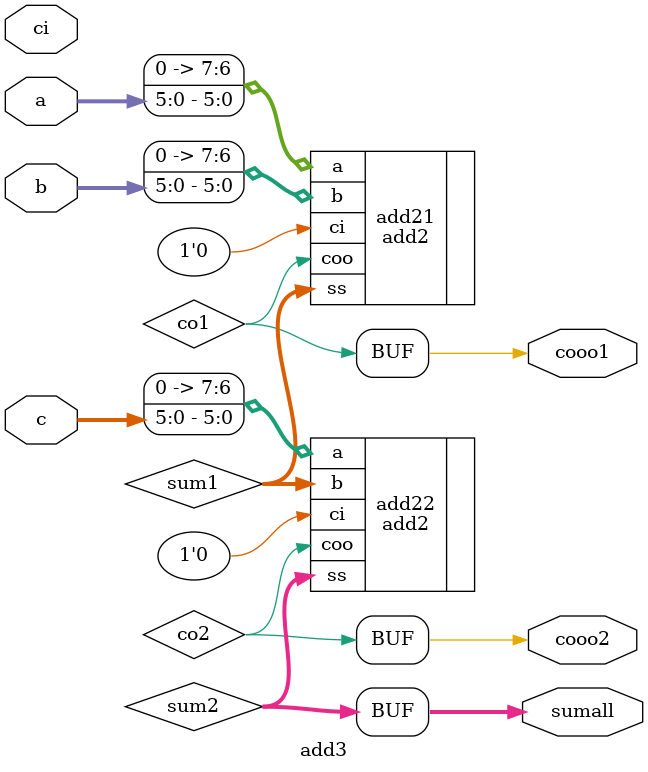
<source format=v>
module add3(a, b, c,ci, sumall, cooo1,cooo2);

input [5:0] a;
input [5:0] b;
input [5:0] c;
input ci;
output [7:0] sumall;
output cooo1;
output cooo2;


wire [7:0] sum1;
wire co1;
wire co2;
wire [7:0] sum2;

add2 add21(.a({2'b00, a}), .b({2'b00, b}), .ci(1'b0), .ss(sum1), .coo(co1));

add2 add22(.a({2'b00, c}), .b(sum1), .ci(1'b0), .ss(sum2), .coo(co2));

assign sumall = sum2;
assign cooo1=co1;
assign cooo2=co2;

endmodule
</source>
